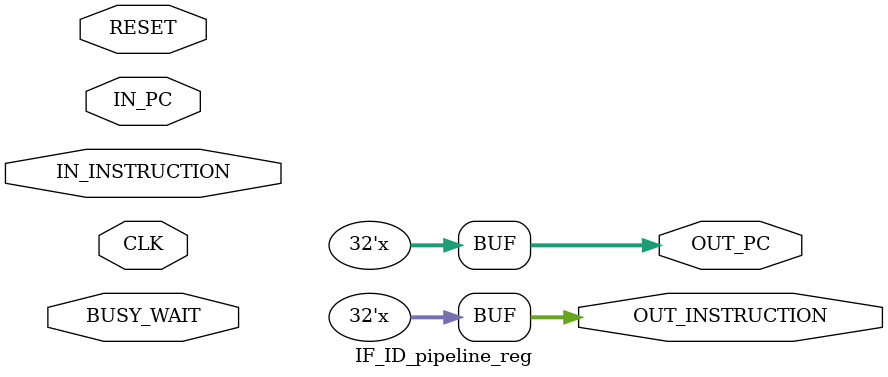
<source format=v>
module IF_ID_pipeline_reg(
    input [31:0] IN_INSTRUCTION, // Input instruction from instruction memory
    input [31:0] IN_PC, // Input program counter value from program counter module
    input CLK, // Clock signal
    input RESET, // RESET signal
    input BUSY_WAIT, // Stall signal to hold pipeline stage
    
    output reg [31:0] OUT_INSTRUCTION, // Output instruction to decode stage
    output reg [31:0] OUT_PC // Output program counter value to program counter module
);

    // RESET output registers on active RESET
    always @(*) begin
        if (RESET) begin
            #1; // Delay to allow RESET signal to settle
            OUT_INSTRUCTION = 32'dx; // Set OUT_INSTRUCTION to 'x' value
            OUT_PC = 32'dx; // Set OUT_PC to 'x' value
        end
    end

    // Write input values to output registers on positive edge of clock signal
    always @(posedge CLK) begin
        #1; // Delay to synchronize with other stages
        if (!BUSY_WAIT && !RESET) begin
            OUT_INSTRUCTION <= IN_INSTRUCTION; // Write IN_INSTRUCTION to OUT_INSTRUCTION
            OUT_PC <= IN_PC; // Write IN_PC to OUT_PC
        end
    end

endmodule
</source>
